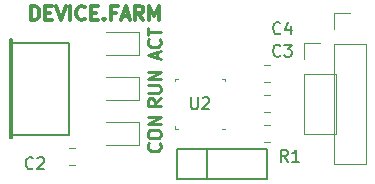
<source format=gbr>
G04 #@! TF.GenerationSoftware,KiCad,Pcbnew,5.0.2-bee76a0~70~ubuntu16.04.1*
G04 #@! TF.CreationDate,2019-07-30T14:22:58+02:00*
G04 #@! TF.ProjectId,hw-DAP42,68772d44-4150-4343-922e-6b696361645f,rev?*
G04 #@! TF.SameCoordinates,Original*
G04 #@! TF.FileFunction,Legend,Top*
G04 #@! TF.FilePolarity,Positive*
%FSLAX46Y46*%
G04 Gerber Fmt 4.6, Leading zero omitted, Abs format (unit mm)*
G04 Created by KiCad (PCBNEW 5.0.2-bee76a0~70~ubuntu16.04.1) date Tue 30 Jul 2019 02:22:58 PM CEST*
%MOMM*%
%LPD*%
G01*
G04 APERTURE LIST*
%ADD10C,0.300000*%
%ADD11C,0.275000*%
%ADD12C,0.120000*%
%ADD13C,0.150000*%
%ADD14C,0.200660*%
G04 APERTURE END LIST*
D10*
X138110000Y-83092857D02*
X138110000Y-81892857D01*
X138395714Y-81892857D01*
X138567142Y-81950000D01*
X138681428Y-82064285D01*
X138738571Y-82178571D01*
X138795714Y-82407142D01*
X138795714Y-82578571D01*
X138738571Y-82807142D01*
X138681428Y-82921428D01*
X138567142Y-83035714D01*
X138395714Y-83092857D01*
X138110000Y-83092857D01*
X139310000Y-82464285D02*
X139710000Y-82464285D01*
X139881428Y-83092857D02*
X139310000Y-83092857D01*
X139310000Y-81892857D01*
X139881428Y-81892857D01*
X140224285Y-81892857D02*
X140624285Y-83092857D01*
X141024285Y-81892857D01*
X141424285Y-83092857D02*
X141424285Y-81892857D01*
X142681428Y-82978571D02*
X142624285Y-83035714D01*
X142452857Y-83092857D01*
X142338571Y-83092857D01*
X142167142Y-83035714D01*
X142052857Y-82921428D01*
X141995714Y-82807142D01*
X141938571Y-82578571D01*
X141938571Y-82407142D01*
X141995714Y-82178571D01*
X142052857Y-82064285D01*
X142167142Y-81950000D01*
X142338571Y-81892857D01*
X142452857Y-81892857D01*
X142624285Y-81950000D01*
X142681428Y-82007142D01*
X143195714Y-82464285D02*
X143595714Y-82464285D01*
X143767142Y-83092857D02*
X143195714Y-83092857D01*
X143195714Y-81892857D01*
X143767142Y-81892857D01*
X144281428Y-82978571D02*
X144338571Y-83035714D01*
X144281428Y-83092857D01*
X144224285Y-83035714D01*
X144281428Y-82978571D01*
X144281428Y-83092857D01*
X145252857Y-82464285D02*
X144852857Y-82464285D01*
X144852857Y-83092857D02*
X144852857Y-81892857D01*
X145424285Y-81892857D01*
X145824285Y-82750000D02*
X146395714Y-82750000D01*
X145710000Y-83092857D02*
X146110000Y-81892857D01*
X146510000Y-83092857D01*
X147595714Y-83092857D02*
X147195714Y-82521428D01*
X146910000Y-83092857D02*
X146910000Y-81892857D01*
X147367142Y-81892857D01*
X147481428Y-81950000D01*
X147538571Y-82007142D01*
X147595714Y-82121428D01*
X147595714Y-82292857D01*
X147538571Y-82407142D01*
X147481428Y-82464285D01*
X147367142Y-82521428D01*
X146910000Y-82521428D01*
X148110000Y-83092857D02*
X148110000Y-81892857D01*
X148510000Y-82750000D01*
X148910000Y-81892857D01*
X148910000Y-83092857D01*
D11*
X148773333Y-86320952D02*
X148773333Y-85797142D01*
X149087619Y-86425714D02*
X147987619Y-86059047D01*
X149087619Y-85692380D01*
X148982857Y-84697142D02*
X149035238Y-84749523D01*
X149087619Y-84906666D01*
X149087619Y-85011428D01*
X149035238Y-85168571D01*
X148930476Y-85273333D01*
X148825714Y-85325714D01*
X148616190Y-85378095D01*
X148459047Y-85378095D01*
X148249523Y-85325714D01*
X148144761Y-85273333D01*
X148040000Y-85168571D01*
X147987619Y-85011428D01*
X147987619Y-84906666D01*
X148040000Y-84749523D01*
X148092380Y-84697142D01*
X147987619Y-84382857D02*
X147987619Y-83754285D01*
X149087619Y-84068571D02*
X147987619Y-84068571D01*
X149087619Y-89711904D02*
X148563809Y-90078571D01*
X149087619Y-90340476D02*
X147987619Y-90340476D01*
X147987619Y-89921428D01*
X148040000Y-89816666D01*
X148092380Y-89764285D01*
X148197142Y-89711904D01*
X148354285Y-89711904D01*
X148459047Y-89764285D01*
X148511428Y-89816666D01*
X148563809Y-89921428D01*
X148563809Y-90340476D01*
X147987619Y-89240476D02*
X148878095Y-89240476D01*
X148982857Y-89188095D01*
X149035238Y-89135714D01*
X149087619Y-89030952D01*
X149087619Y-88821428D01*
X149035238Y-88716666D01*
X148982857Y-88664285D01*
X148878095Y-88611904D01*
X147987619Y-88611904D01*
X149087619Y-88088095D02*
X147987619Y-88088095D01*
X149087619Y-87459523D01*
X147987619Y-87459523D01*
X148982857Y-93521904D02*
X149035238Y-93574285D01*
X149087619Y-93731428D01*
X149087619Y-93836190D01*
X149035238Y-93993333D01*
X148930476Y-94098095D01*
X148825714Y-94150476D01*
X148616190Y-94202857D01*
X148459047Y-94202857D01*
X148249523Y-94150476D01*
X148144761Y-94098095D01*
X148040000Y-93993333D01*
X147987619Y-93836190D01*
X147987619Y-93731428D01*
X148040000Y-93574285D01*
X148092380Y-93521904D01*
X147987619Y-92840952D02*
X147987619Y-92631428D01*
X148040000Y-92526666D01*
X148144761Y-92421904D01*
X148354285Y-92369523D01*
X148720952Y-92369523D01*
X148930476Y-92421904D01*
X149035238Y-92526666D01*
X149087619Y-92631428D01*
X149087619Y-92840952D01*
X149035238Y-92945714D01*
X148930476Y-93050476D01*
X148720952Y-93102857D01*
X148354285Y-93102857D01*
X148144761Y-93050476D01*
X148040000Y-92945714D01*
X147987619Y-92840952D01*
X149087619Y-91898095D02*
X147987619Y-91898095D01*
X149087619Y-91269523D01*
X147987619Y-91269523D01*
D12*
G04 #@! TO.C,C2*
X141346422Y-95325000D02*
X141863578Y-95325000D01*
X141346422Y-93905000D02*
X141863578Y-93905000D01*
G04 #@! TO.C,C3*
X157856422Y-89460000D02*
X158373578Y-89460000D01*
X157856422Y-90880000D02*
X158373578Y-90880000D01*
G04 #@! TO.C,C4*
X157856422Y-88340000D02*
X158373578Y-88340000D01*
X157856422Y-86920000D02*
X158373578Y-86920000D01*
G04 #@! TO.C,R1*
X157856422Y-92000000D02*
X158373578Y-92000000D01*
X157856422Y-93420000D02*
X158373578Y-93420000D01*
G04 #@! TO.C,J3*
X161230000Y-92770000D02*
X163890000Y-92770000D01*
X161230000Y-87630000D02*
X161230000Y-92770000D01*
X163890000Y-87630000D02*
X163890000Y-92770000D01*
X161230000Y-87630000D02*
X163890000Y-87630000D01*
X161230000Y-86360000D02*
X161230000Y-85030000D01*
X161230000Y-85030000D02*
X162560000Y-85030000D01*
G04 #@! TO.C,U2*
X150515000Y-92280000D02*
X150290000Y-92280000D01*
X150290000Y-92280000D02*
X150290000Y-92055000D01*
X154285000Y-88060000D02*
X154510000Y-88060000D01*
X154510000Y-88060000D02*
X154510000Y-88285000D01*
X150515000Y-88060000D02*
X150290000Y-88060000D01*
X150290000Y-88060000D02*
X150290000Y-88285000D01*
X154285000Y-92280000D02*
X154510000Y-92280000D01*
D13*
G04 #@! TO.C,X1*
X153035000Y-93980000D02*
X153035000Y-96520000D01*
X150495000Y-93980000D02*
X158115000Y-93980000D01*
X158115000Y-93980000D02*
X158115000Y-96520000D01*
X158115000Y-96520000D02*
X150495000Y-96520000D01*
X150495000Y-96520000D02*
X150495000Y-93980000D01*
D12*
G04 #@! TO.C,D1*
X144415000Y-93670000D02*
X147275000Y-93670000D01*
X147275000Y-93670000D02*
X147275000Y-91750000D01*
X147275000Y-91750000D02*
X144415000Y-91750000D01*
G04 #@! TO.C,J2*
X163770000Y-95310000D02*
X166430000Y-95310000D01*
X163770000Y-85090000D02*
X163770000Y-95310000D01*
X166430000Y-85090000D02*
X166430000Y-95310000D01*
X163770000Y-85090000D02*
X166430000Y-85090000D01*
X163770000Y-83820000D02*
X163770000Y-82490000D01*
X163770000Y-82490000D02*
X165100000Y-82490000D01*
G04 #@! TO.C,D2*
X147275000Y-87940000D02*
X144415000Y-87940000D01*
X147275000Y-89860000D02*
X147275000Y-87940000D01*
X144415000Y-89860000D02*
X147275000Y-89860000D01*
G04 #@! TO.C,D3*
X144415000Y-86050000D02*
X147275000Y-86050000D01*
X147275000Y-86050000D02*
X147275000Y-84130000D01*
X147275000Y-84130000D02*
X144415000Y-84130000D01*
D14*
G04 #@! TO.C,J1*
X136431020Y-84698840D02*
X136431020Y-93101160D01*
X136329420Y-84698840D02*
X136329420Y-93101160D01*
X136329420Y-93101160D02*
X136530080Y-93101160D01*
X136530080Y-93101160D02*
X136530080Y-84698840D01*
X136530080Y-84698840D02*
X136329420Y-84698840D01*
X136329420Y-85001100D02*
X141330680Y-85001100D01*
X141330680Y-85001100D02*
X141330680Y-92798900D01*
X141330680Y-92798900D02*
X136329420Y-92798900D01*
G04 #@! TO.C,C2*
D13*
X138263333Y-95607142D02*
X138215714Y-95654761D01*
X138072857Y-95702380D01*
X137977619Y-95702380D01*
X137834761Y-95654761D01*
X137739523Y-95559523D01*
X137691904Y-95464285D01*
X137644285Y-95273809D01*
X137644285Y-95130952D01*
X137691904Y-94940476D01*
X137739523Y-94845238D01*
X137834761Y-94750000D01*
X137977619Y-94702380D01*
X138072857Y-94702380D01*
X138215714Y-94750000D01*
X138263333Y-94797619D01*
X138644285Y-94797619D02*
X138691904Y-94750000D01*
X138787142Y-94702380D01*
X139025238Y-94702380D01*
X139120476Y-94750000D01*
X139168095Y-94797619D01*
X139215714Y-94892857D01*
X139215714Y-94988095D01*
X139168095Y-95130952D01*
X138596666Y-95702380D01*
X139215714Y-95702380D01*
G04 #@! TO.C,C3*
X159218333Y-86082142D02*
X159170714Y-86129761D01*
X159027857Y-86177380D01*
X158932619Y-86177380D01*
X158789761Y-86129761D01*
X158694523Y-86034523D01*
X158646904Y-85939285D01*
X158599285Y-85748809D01*
X158599285Y-85605952D01*
X158646904Y-85415476D01*
X158694523Y-85320238D01*
X158789761Y-85225000D01*
X158932619Y-85177380D01*
X159027857Y-85177380D01*
X159170714Y-85225000D01*
X159218333Y-85272619D01*
X159551666Y-85177380D02*
X160170714Y-85177380D01*
X159837380Y-85558333D01*
X159980238Y-85558333D01*
X160075476Y-85605952D01*
X160123095Y-85653571D01*
X160170714Y-85748809D01*
X160170714Y-85986904D01*
X160123095Y-86082142D01*
X160075476Y-86129761D01*
X159980238Y-86177380D01*
X159694523Y-86177380D01*
X159599285Y-86129761D01*
X159551666Y-86082142D01*
G04 #@! TO.C,C4*
X159218333Y-84177142D02*
X159170714Y-84224761D01*
X159027857Y-84272380D01*
X158932619Y-84272380D01*
X158789761Y-84224761D01*
X158694523Y-84129523D01*
X158646904Y-84034285D01*
X158599285Y-83843809D01*
X158599285Y-83700952D01*
X158646904Y-83510476D01*
X158694523Y-83415238D01*
X158789761Y-83320000D01*
X158932619Y-83272380D01*
X159027857Y-83272380D01*
X159170714Y-83320000D01*
X159218333Y-83367619D01*
X160075476Y-83605714D02*
X160075476Y-84272380D01*
X159837380Y-83224761D02*
X159599285Y-83939047D01*
X160218333Y-83939047D01*
G04 #@! TO.C,R1*
X159853333Y-95067380D02*
X159520000Y-94591190D01*
X159281904Y-95067380D02*
X159281904Y-94067380D01*
X159662857Y-94067380D01*
X159758095Y-94115000D01*
X159805714Y-94162619D01*
X159853333Y-94257857D01*
X159853333Y-94400714D01*
X159805714Y-94495952D01*
X159758095Y-94543571D01*
X159662857Y-94591190D01*
X159281904Y-94591190D01*
X160805714Y-95067380D02*
X160234285Y-95067380D01*
X160520000Y-95067380D02*
X160520000Y-94067380D01*
X160424761Y-94210238D01*
X160329523Y-94305476D01*
X160234285Y-94353095D01*
G04 #@! TO.C,U2*
X151638095Y-89622380D02*
X151638095Y-90431904D01*
X151685714Y-90527142D01*
X151733333Y-90574761D01*
X151828571Y-90622380D01*
X152019047Y-90622380D01*
X152114285Y-90574761D01*
X152161904Y-90527142D01*
X152209523Y-90431904D01*
X152209523Y-89622380D01*
X152638095Y-89717619D02*
X152685714Y-89670000D01*
X152780952Y-89622380D01*
X153019047Y-89622380D01*
X153114285Y-89670000D01*
X153161904Y-89717619D01*
X153209523Y-89812857D01*
X153209523Y-89908095D01*
X153161904Y-90050952D01*
X152590476Y-90622380D01*
X153209523Y-90622380D01*
G04 #@! TD*
M02*

</source>
